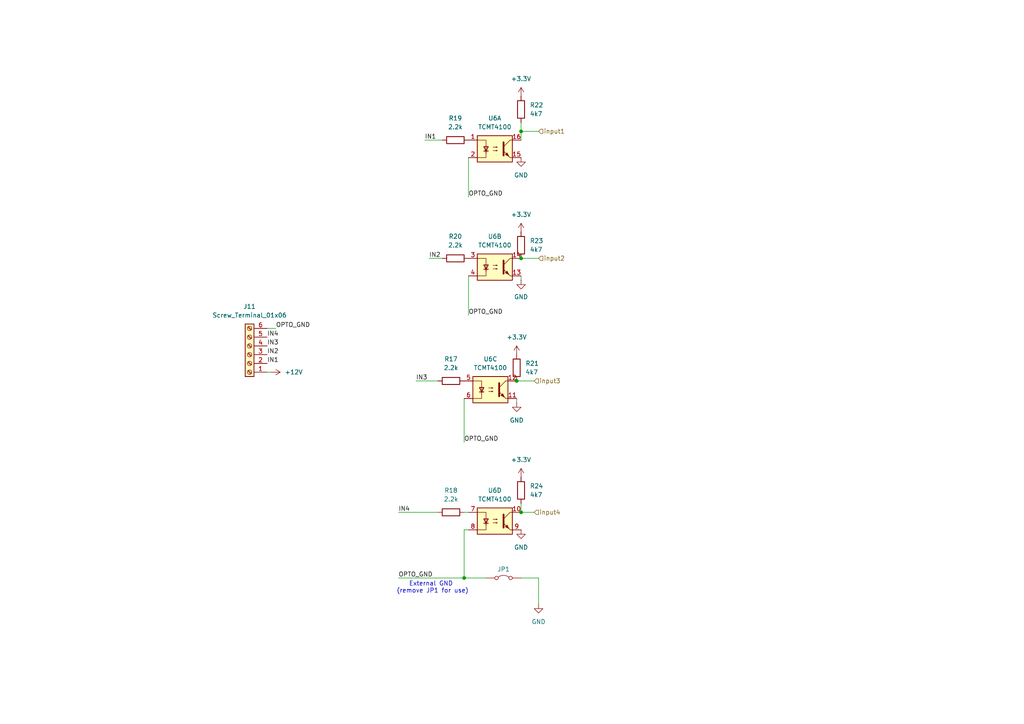
<source format=kicad_sch>
(kicad_sch (version 20250114) (generator "eeschema") (generator_version "9.0")
  (paper "A4")
  (lib_symbols
    (symbol "Connector:Screw_Terminal_01x06" (pin_names (offset 1.016) (hide yes))
      (property "Reference" "J" (at 0 7.62 0))
      (property "Value" "Screw_Terminal_01x06" (at 0 -10.16 0))
      (symbol "Screw_Terminal_01x06_1_1"
        (rectangle (start -1.27 6.35) (end 1.27 -8.89) (stroke (width 0.254)) (fill (type background)))
        (polyline (pts (xy -0.5334 5.4102) (xy 0.3302 4.572)) (stroke (width 0.1524)))
        (polyline (pts (xy -0.5334 2.8702) (xy 0.3302 2.032)) (stroke (width 0.1524)))
        (polyline (pts (xy -0.5334 0.3302) (xy 0.3302 -0.508)) (stroke (width 0.1524)))
        (polyline (pts (xy -0.5334 -2.2098) (xy 0.3302 -3.048)) (stroke (width 0.1524)))
        (polyline (pts (xy -0.5334 -4.7498) (xy 0.3302 -5.588)) (stroke (width 0.1524)))
        (polyline (pts (xy -0.5334 -7.2898) (xy 0.3302 -8.128)) (stroke (width 0.1524)))
        (polyline (pts (xy -0.3556 5.588) (xy 0.508 4.7498)) (stroke (width 0.1524)))
        (polyline (pts (xy -0.3556 3.048) (xy 0.508 2.2098)) (stroke (width 0.1524)))
        (polyline (pts (xy -0.3556 0.508) (xy 0.508 -0.3302)) (stroke (width 0.1524)))
        (polyline (pts (xy -0.3556 -2.032) (xy 0.508 -2.8702)) (stroke (width 0.1524)))
        (polyline (pts (xy -0.3556 -4.572) (xy 0.508 -5.4102)) (stroke (width 0.1524)))
        (polyline (pts (xy -0.3556 -7.112) (xy 0.508 -7.9502)) (stroke (width 0.1524)))
        (circle (center 0 5.08) (radius 0.635) (stroke (width 0.1524)))
        (circle (center 0 2.54) (radius 0.635) (stroke (width 0.1524)))
        (circle (center 0 0) (radius 0.635) (stroke (width 0.1524)))
        (circle (center 0 -2.54) (radius 0.635) (stroke (width 0.1524)))
        (circle (center 0 -5.08) (radius 0.635) (stroke (width 0.1524)))
        (circle (center 0 -7.62) (radius 0.635) (stroke (width 0.1524)))
        (pin passive line (at -5.08 5.08 0) (length 3.81) (name "Pin_1") (number "1"))
        (pin passive line (at -5.08 2.54 0) (length 3.81) (name "Pin_2") (number "2"))
        (pin passive line (at -5.08 0 0) (length 3.81) (name "Pin_3") (number "3"))
        (pin passive line (at -5.08 -2.54 0) (length 3.81) (name "Pin_4") (number "4"))
        (pin passive line (at -5.08 -5.08 0) (length 3.81) (name "Pin_5") (number "5"))
        (pin passive line (at -5.08 -7.62 0) (length 3.81) (name "Pin_6") (number "6"))
      )
    )
    (symbol "Device:R" (pin_numbers (hide yes)) (pin_names (offset 0))
      (property "Reference" "R" (at 2.032 0 90))
      (property "Value" "R" (at 0 0 90))
      (symbol "R_0_1"
        (rectangle (start -1.016 -2.54) (end 1.016 2.54) (stroke (width 0.254)))
      )
      (symbol "R_1_1"
        (pin passive line (at 0 3.81 270) (length 1.27) (name "~") (number "1"))
        (pin passive line (at 0 -3.81 90) (length 1.27) (name "~") (number "2"))
      )
    )
    (symbol "Isolator:TCMT4100" (pin_names (offset 1.016))
      (property "Reference" "U" (at 0 5.08 0))
      (property "Value" "TCMT4100" (at 0 -5.08 0))
      (symbol "TCMT4100_1_1"
        (rectangle (start -5.08 3.81) (end 5.08 -3.81) (stroke (width 0.254)) (fill (type background)))
        (polyline (pts (xy -5.08 2.54) (xy -2.54 2.54) (xy -2.54 -1.27)))
        (polyline (pts (xy -3.175 -0.635) (xy -1.905 -0.635)) (stroke (width 0.254)))
        (polyline (pts (xy -2.54 -0.635) (xy -2.54 -2.54) (xy -5.08 -2.54)))
        (polyline (pts (xy -2.54 -0.635) (xy -3.175 0.635) (xy -1.905 0.635) (xy -2.54 -0.635)) (stroke (width 0.254)))
        (polyline (pts (xy -0.508 0.508) (xy 0.762 0.508) (xy 0.381 0.381) (xy 0.381 0.635) (xy 0.762 0.508)))
        (polyline (pts (xy -0.508 -0.508) (xy 0.762 -0.508) (xy 0.381 -0.635) (xy 0.381 -0.381) (xy 0.762 -0.508)))
        (polyline (pts (xy 2.54 1.905) (xy 2.54 -1.905)) (stroke (width 0.508)))
        (polyline (pts (xy 2.54 0.635) (xy 4.445 2.54)))
        (polyline (pts (xy 3.048 -1.651) (xy 3.556 -1.143) (xy 4.064 -2.159) (xy 3.048 -1.651)) (fill (type outline)))
        (polyline (pts (xy 4.445 2.54) (xy 5.08 2.54)))
        (polyline (pts (xy 4.445 -2.54) (xy 2.54 -0.635)) (fill (type outline)))
        (polyline (pts (xy 4.445 -2.54) (xy 5.08 -2.54)))
        (pin passive line (at -7.62 2.54 0) (length 2.54) (name "~") (number "1"))
        (pin passive line (at -7.62 -2.54 0) (length 2.54) (name "~") (number "2"))
        (pin passive line (at 7.62 2.54 180) (length 2.54) (name "~") (number "16"))
        (pin passive line (at 7.62 -2.54 180) (length 2.54) (name "~") (number "15"))
      )
      (symbol "TCMT4100_2_1"
        (rectangle (start -5.08 3.81) (end 5.08 -3.81) (stroke (width 0.254)) (fill (type background)))
        (polyline (pts (xy -5.08 2.54) (xy -2.54 2.54) (xy -2.54 -1.27) (xy -2.54 0.635)))
        (polyline (pts (xy -3.175 -0.635) (xy -1.905 -0.635)) (stroke (width 0.254)))
        (polyline (pts (xy -2.54 -0.635) (xy -2.54 -2.54) (xy -5.08 -2.54)))
        (polyline (pts (xy -2.54 -0.635) (xy -3.175 0.635) (xy -1.905 0.635) (xy -2.54 -0.635)) (stroke (width 0.254)))
        (polyline (pts (xy -0.508 0.508) (xy 0.762 0.508) (xy 0.381 0.381) (xy 0.381 0.635) (xy 0.762 0.508)))
        (polyline (pts (xy -0.508 -0.508) (xy 0.762 -0.508) (xy 0.381 -0.635) (xy 0.381 -0.381) (xy 0.762 -0.508)))
        (polyline (pts (xy 2.54 1.905) (xy 2.54 -1.905)) (stroke (width 0.508)))
        (polyline (pts (xy 2.54 0.635) (xy 4.445 2.54)))
        (polyline (pts (xy 3.048 -1.651) (xy 3.556 -1.143) (xy 4.064 -2.159) (xy 3.048 -1.651)) (fill (type outline)))
        (polyline (pts (xy 4.445 2.54) (xy 5.08 2.54)))
        (polyline (pts (xy 4.445 -2.54) (xy 2.54 -0.635)) (fill (type outline)))
        (polyline (pts (xy 4.445 -2.54) (xy 5.08 -2.54)))
        (pin passive line (at -7.62 2.54 0) (length 2.54) (name "~") (number "3"))
        (pin passive line (at -7.62 -2.54 0) (length 2.54) (name "~") (number "4"))
        (pin passive line (at 7.62 2.54 180) (length 2.54) (name "~") (number "14"))
        (pin passive line (at 7.62 -2.54 180) (length 2.54) (name "~") (number "13"))
      )
      (symbol "TCMT4100_3_1"
        (rectangle (start -5.08 3.81) (end 5.08 -3.81) (stroke (width 0.254)) (fill (type background)))
        (polyline (pts (xy -5.08 2.54) (xy -2.54 2.54) (xy -2.54 -1.27) (xy -2.54 0.635)))
        (polyline (pts (xy -3.175 -0.635) (xy -1.905 -0.635)) (stroke (width 0.254)))
        (polyline (pts (xy -2.54 -0.635) (xy -2.54 -2.54) (xy -5.08 -2.54)))
        (polyline (pts (xy -2.54 -0.635) (xy -3.175 0.635) (xy -1.905 0.635) (xy -2.54 -0.635)) (stroke (width 0.254)))
        (polyline (pts (xy -0.508 0.508) (xy 0.762 0.508) (xy 0.381 0.381) (xy 0.381 0.635) (xy 0.762 0.508)))
        (polyline (pts (xy -0.508 -0.508) (xy 0.762 -0.508) (xy 0.381 -0.635) (xy 0.381 -0.381) (xy 0.762 -0.508)))
        (polyline (pts (xy 2.54 1.905) (xy 2.54 -1.905)) (stroke (width 0.508)))
        (polyline (pts (xy 2.54 0.635) (xy 4.445 2.54)))
        (polyline (pts (xy 3.048 -1.651) (xy 3.556 -1.143) (xy 4.064 -2.159) (xy 3.048 -1.651)) (fill (type outline)))
        (polyline (pts (xy 4.445 2.54) (xy 5.08 2.54)))
        (polyline (pts (xy 4.445 -2.54) (xy 2.54 -0.635)) (fill (type outline)))
        (polyline (pts (xy 4.445 -2.54) (xy 5.08 -2.54)))
        (pin passive line (at -7.62 2.54 0) (length 2.54) (name "~") (number "5"))
        (pin passive line (at -7.62 -2.54 0) (length 2.54) (name "~") (number "6"))
        (pin passive line (at 7.62 2.54 180) (length 2.54) (name "~") (number "12"))
        (pin passive line (at 7.62 -2.54 180) (length 2.54) (name "~") (number "11"))
      )
      (symbol "TCMT4100_4_1"
        (rectangle (start -5.08 3.81) (end 5.08 -3.81) (stroke (width 0.254)) (fill (type background)))
        (polyline (pts (xy -5.08 2.54) (xy -2.54 2.54) (xy -2.54 -1.27) (xy -2.54 0.635)))
        (polyline (pts (xy -3.175 -0.635) (xy -1.905 -0.635)) (stroke (width 0.254)))
        (polyline (pts (xy -2.54 -0.635) (xy -2.54 -2.54) (xy -5.08 -2.54)))
        (polyline (pts (xy -2.54 -0.635) (xy -3.175 0.635) (xy -1.905 0.635) (xy -2.54 -0.635)) (stroke (width 0.254)))
        (polyline (pts (xy -0.508 0.508) (xy 0.762 0.508) (xy 0.381 0.381) (xy 0.381 0.635) (xy 0.762 0.508)))
        (polyline (pts (xy -0.508 -0.508) (xy 0.762 -0.508) (xy 0.381 -0.635) (xy 0.381 -0.381) (xy 0.762 -0.508)))
        (polyline (pts (xy 2.54 1.905) (xy 2.54 -1.905)) (stroke (width 0.508)))
        (polyline (pts (xy 2.54 0.635) (xy 4.445 2.54)))
        (polyline (pts (xy 3.048 -1.651) (xy 3.556 -1.143) (xy 4.064 -2.159) (xy 3.048 -1.651)) (fill (type outline)))
        (polyline (pts (xy 4.445 2.54) (xy 5.08 2.54)))
        (polyline (pts (xy 4.445 -2.54) (xy 2.54 -0.635)) (fill (type outline)))
        (polyline (pts (xy 4.445 -2.54) (xy 5.08 -2.54)))
        (pin passive line (at -7.62 2.54 0) (length 2.54) (name "~") (number "7"))
        (pin passive line (at -7.62 -2.54 0) (length 2.54) (name "~") (number "8"))
        (pin passive line (at 7.62 2.54 180) (length 2.54) (name "~") (number "10"))
        (pin passive line (at 7.62 -2.54 180) (length 2.54) (name "~") (number "9"))
      )
    )
    (symbol "Jumper:Jumper_2_Bridged" (pin_numbers (hide yes)) (pin_names (offset 0) (hide yes))
      (property "Reference" "JP" (at 0 1.905 0))
      (property "Value" "Jumper_2_Bridged" (at 0 -2.54 0))
      (symbol "Jumper_2_Bridged_0_0"
        (circle (center -2.032 0) (radius 0.508))
        (circle (center 2.032 0) (radius 0.508))
      )
      (symbol "Jumper_2_Bridged_0_1"
        (arc (start -1.524 0.254) (mid 0 0.762) (end 1.524 0.254))
      )
      (symbol "Jumper_2_Bridged_1_1"
        (pin passive line (at -5.08 0 0) (length 2.54) (name "A") (number "1"))
        (pin passive line (at 5.08 0 180) (length 2.54) (name "B") (number "2"))
      )
    )
    (symbol "power:+12V" (power) (pin_numbers (hide yes)) (pin_names (offset 0) (hide yes))
      (property "Value" "+12V" (at 0 3.556 0))
      (symbol "+12V_0_1"
        (polyline (pts (xy -0.762 1.27) (xy 0 2.54)))
        (polyline (pts (xy 0 2.54) (xy 0.762 1.27)))
        (polyline (pts (xy 0 0) (xy 0 2.54)))
      )
      (symbol "+12V_1_1"
        (pin power_in line (at 0 0 90) (length 0) (name "~") (number "1"))
      )
    )
    (symbol "power:+3.3V" (power) (pin_numbers (hide yes)) (pin_names (offset 0) (hide yes))
      (property "Value" "+3.3V" (at 0 3.556 0))
      (symbol "+3.3V_0_1"
        (polyline (pts (xy -0.762 1.27) (xy 0 2.54)))
        (polyline (pts (xy 0 2.54) (xy 0.762 1.27)))
        (polyline (pts (xy 0 0) (xy 0 2.54)))
      )
      (symbol "+3.3V_1_1"
        (pin power_in line (at 0 0 90) (length 0) (name "~") (number "1"))
      )
    )
    (symbol "power:GND" (power) (pin_numbers (hide yes)) (pin_names (offset 0) (hide yes))
      (property "Value" "GND" (at 0 -3.81 0))
      (symbol "GND_0_1"
        (polyline (pts (xy 0 0) (xy 0 -1.27) (xy 1.27 -1.27) (xy 0 -2.54) (xy -1.27 -1.27) (xy 0 -1.27)))
      )
      (symbol "GND_1_1"
        (pin power_in line (at 0 0 270) (length 0) (name "~") (number "1"))
      )
    )
  )
  (text "External GND \n(remove JP1 for use)" (at 125.476 170.434 0) (effects (font (size 1.27 1.27))))
  (junction (at 134.62 167.64))
  (junction (at 149.86 110.49))
  (junction (at 151.13 38.1))
  (junction (at 151.13 74.93))
  (junction (at 151.13 148.59))
  (wire (pts (xy 78.74 107.95) (xy 77.47 107.95)))
  (wire (pts (xy 156.21 38.1) (xy 151.13 38.1)))
  (wire (pts (xy 115.57 167.64) (xy 134.62 167.64)))
  (wire (pts (xy 124.46 74.93) (xy 128.27 74.93)))
  (wire (pts (xy 135.89 80.01) (xy 135.89 91.44)))
  (wire (pts (xy 151.13 148.59) (xy 154.94 148.59)))
  (wire (pts (xy 156.21 74.93) (xy 151.13 74.93)))
  (wire (pts (xy 149.86 116.84) (xy 149.86 115.57)))
  (wire (pts (xy 154.94 110.49) (xy 149.86 110.49)))
  (wire (pts (xy 134.62 153.67) (xy 134.62 167.64)))
  (wire (pts (xy 156.21 175.26) (xy 156.21 167.64)))
  (wire (pts (xy 156.21 167.64) (xy 151.13 167.64)))
  (wire (pts (xy 151.13 146.05) (xy 151.13 148.59)))
  (wire (pts (xy 134.62 115.57) (xy 134.62 128.27)))
  (wire (pts (xy 151.13 81.28) (xy 151.13 80.01)))
  (wire (pts (xy 151.13 38.1) (xy 151.13 40.64)))
  (wire (pts (xy 123.19 40.64) (xy 128.27 40.64)))
  (wire (pts (xy 115.57 148.59) (xy 127 148.59)))
  (wire (pts (xy 120.65 110.49) (xy 127 110.49)))
  (wire (pts (xy 80.01 95.25) (xy 77.47 95.25)))
  (wire (pts (xy 134.62 148.59) (xy 135.89 148.59)))
  (wire (pts (xy 135.89 45.72) (xy 135.89 57.15)))
  (wire (pts (xy 151.13 35.56) (xy 151.13 38.1)))
  (wire (pts (xy 134.62 153.67) (xy 135.89 153.67)))
  (wire (pts (xy 140.97 167.64) (xy 134.62 167.64)))
  (label "IN4" (at 77.47 97.79 0))
  (label "IN1" (at 77.47 105.41 0))
  (label "IN1" (at 123.19 40.64 0))
  (label "OPTO_GND" (at 135.89 91.44 0))
  (label "IN3" (at 120.65 110.49 0))
  (label "OPTO_GND" (at 135.89 57.15 0))
  (label "OPTO_GND" (at 80.01 95.25 0))
  (label "IN4" (at 115.57 148.59 0))
  (label "IN3" (at 77.47 100.33 0))
  (label "OPTO_GND" (at 115.57 167.64 0))
  (label "OPTO_GND" (at 134.62 128.27 0))
  (label "IN2" (at 77.47 102.87 0))
  (label "IN2" (at 124.46 74.93 0))
  (hierarchical_label "input1" (shape input) (at 156.21 38.1 0))
  (hierarchical_label "input2" (shape input) (at 156.21 74.93 0))
  (hierarchical_label "input4" (shape input) (at 154.94 148.59 0))
  (hierarchical_label "input3" (shape input) (at 154.94 110.49 0))
  (symbol (lib_id "Isolator:TCMT4100") (at 143.51 77.47 0) (unit 2)
    (property "Reference" "U6" (at 143.51 68.58 0))
    (property "Value" "TCMT4100" (at 143.51 71.12 0))
    (property "Footprint" "Package_SO:SOP-16_4.4x10.4mm_P1.27mm" (effects (hide yes)))
    (property "Datasheet" "https://www.vishay.com/docs/84181/tcmt4100.pdf" (effects (hide yes)))
    (property "Description" "Quad Optocoupler, Vce 70V, CTR 50-600%, Viso 3750V (RMS), SOP-16" (effects (hide yes)))
  )
  (symbol (lib_id "power:GND") (at 149.86 116.84 0) (unit 1)
    (property "Reference" "#PWR054" (effects (hide yes)))
    (property "Value" "GND" (at 149.86 121.92 0))
    (property "Description" "Power symbol creates a global label with name \"GND\" , ground" (effects (hide yes)))
  )
  (symbol (lib_id "power:GND") (at 151.13 153.67 0) (unit 1)
    (property "Reference" "#PWR060" (effects (hide yes)))
    (property "Value" "GND" (at 151.13 158.75 0))
    (property "Description" "Power symbol creates a global label with name \"GND\" , ground" (effects (hide yes)))
  )
  (symbol (lib_id "Device:R") (at 132.08 40.64 90) (unit 1)
    (property "Reference" "R19" (at 132.08 34.29 90))
    (property "Value" "2.2k" (at 132.08 36.83 90))
    (property "Footprint" "Resistor_SMD:R_0805_2012Metric" (effects (hide yes)))
    (property "Description" "Resistor" (effects (hide yes)))
  )
  (symbol (lib_id "Device:R") (at 130.81 148.59 90) (unit 1)
    (property "Reference" "R18" (at 130.81 142.24 90))
    (property "Value" "2.2k" (at 130.81 144.78 90))
    (property "Footprint" "Resistor_SMD:R_0805_2012Metric" (effects (hide yes)))
    (property "Description" "Resistor" (effects (hide yes)))
  )
  (symbol (lib_id "power:+12V") (at 78.74 107.95 270) (unit 1)
    (property "Reference" "#PWR052" (effects (hide yes)))
    (property "Value" "+12V" (at 82.55 107.9499 90) (effects (justify left)))
    (property "Description" "Power symbol creates a global label with name \"+12V\"" (effects (hide yes)))
  )
  (symbol (lib_id "Device:R") (at 151.13 71.12 0) (unit 1)
    (property "Reference" "R23" (at 153.67 69.8499 0) (effects (justify left)))
    (property "Value" "4k7" (at 153.67 72.3899 0) (effects (justify left)))
    (property "Footprint" "Resistor_SMD:R_0402_1005Metric" (effects (hide yes)))
    (property "Description" "Resistor" (effects (hide yes)))
  )
  (symbol (lib_id "Isolator:TCMT4100") (at 142.24 113.03 0) (unit 3)
    (property "Reference" "U6" (at 142.24 104.14 0))
    (property "Value" "TCMT4100" (at 142.24 106.68 0))
    (property "Footprint" "Package_SO:SOP-16_4.4x10.4mm_P1.27mm" (effects (hide yes)))
    (property "Datasheet" "https://www.vishay.com/docs/84181/tcmt4100.pdf" (effects (hide yes)))
    (property "Description" "Quad Optocoupler, Vce 70V, CTR 50-600%, Viso 3750V (RMS), SOP-16" (effects (hide yes)))
  )
  (symbol (lib_id "power:+3.3V") (at 151.13 27.94 0) (unit 1)
    (property "Reference" "#PWR055" (effects (hide yes)))
    (property "Value" "+3.3V" (at 151.13 22.86 0))
    (property "Description" "Power symbol creates a global label with name \"+3.3V\"" (effects (hide yes)))
  )
  (symbol (lib_id "Device:R") (at 130.81 110.49 90) (unit 1)
    (property "Reference" "R17" (at 130.81 104.14 90))
    (property "Value" "2.2k" (at 130.81 106.68 90))
    (property "Footprint" "Resistor_SMD:R_0805_2012Metric" (effects (hide yes)))
    (property "Description" "Resistor" (effects (hide yes)))
  )
  (symbol (lib_id "Device:R") (at 149.86 106.68 0) (unit 1)
    (property "Reference" "R21" (at 152.4 105.4099 0) (effects (justify left)))
    (property "Value" "4k7" (at 152.4 107.9499 0) (effects (justify left)))
    (property "Footprint" "Resistor_SMD:R_0402_1005Metric" (effects (hide yes)))
    (property "Description" "Resistor" (effects (hide yes)))
  )
  (symbol (lib_id "power:+3.3V") (at 151.13 67.31 0) (unit 1)
    (property "Reference" "#PWR057" (effects (hide yes)))
    (property "Value" "+3.3V" (at 151.13 62.23 0))
    (property "Description" "Power symbol creates a global label with name \"+3.3V\"" (effects (hide yes)))
  )
  (symbol (lib_id "Jumper:Jumper_2_Bridged") (at 146.05 167.64 0) (unit 1)
    (property "Reference" "JP1" (at 146.05 165.1 0))
    (property "Value" "Jumper_2_Bridged" (effects (hide yes)))
    (property "Footprint" "Connector_PinHeader_2.54mm:PinHeader_1x02_P2.54mm_Vertical" (effects (hide yes)))
    (property "Description" "Jumper, 2-pole, closed/bridged" (effects (hide yes)))
  )
  (symbol (lib_id "power:GND") (at 151.13 45.72 0) (unit 1)
    (property "Reference" "#PWR056" (effects (hide yes)))
    (property "Value" "GND" (at 151.13 50.8 0))
    (property "Description" "Power symbol creates a global label with name \"GND\" , ground" (effects (hide yes)))
  )
  (symbol (lib_id "power:+3.3V") (at 149.86 102.87 0) (unit 1)
    (property "Reference" "#PWR053" (effects (hide yes)))
    (property "Value" "+3.3V" (at 149.86 97.79 0))
    (property "Description" "Power symbol creates a global label with name \"+3.3V\"" (effects (hide yes)))
  )
  (symbol (lib_id "power:GND") (at 156.21 175.26 0) (unit 1)
    (property "Reference" "#PWR061" (effects (hide yes)))
    (property "Value" "GND" (at 156.21 180.34 0))
    (property "Description" "Power symbol creates a global label with name \"GND\" , ground" (effects (hide yes)))
  )
  (symbol (lib_id "Isolator:TCMT4100") (at 143.51 43.18 0) (unit 1)
    (property "Reference" "U6" (at 143.51 34.29 0))
    (property "Value" "TCMT4100" (at 143.51 36.83 0))
    (property "Footprint" "Package_SO:SOP-16_4.4x10.4mm_P1.27mm" (effects (hide yes)))
    (property "Datasheet" "https://www.vishay.com/docs/84181/tcmt4100.pdf" (effects (hide yes)))
    (property "Description" "Quad Optocoupler, Vce 70V, CTR 50-600%, Viso 3750V (RMS), SOP-16" (effects (hide yes)))
  )
  (symbol (lib_id "Isolator:TCMT4100") (at 143.51 151.13 0) (unit 4)
    (property "Reference" "U6" (at 143.51 142.24 0))
    (property "Value" "TCMT4100" (at 143.51 144.78 0))
    (property "Footprint" "Package_SO:SOP-16_4.4x10.4mm_P1.27mm" (effects (hide yes)))
    (property "Datasheet" "https://www.vishay.com/docs/84181/tcmt4100.pdf" (effects (hide yes)))
    (property "Description" "Quad Optocoupler, Vce 70V, CTR 50-600%, Viso 3750V (RMS), SOP-16" (effects (hide yes)))
  )
  (symbol (lib_id "Device:R") (at 151.13 142.24 0) (unit 1)
    (property "Reference" "R24" (at 153.67 140.9699 0) (effects (justify left)))
    (property "Value" "4k7" (at 153.67 143.5099 0) (effects (justify left)))
    (property "Footprint" "Resistor_SMD:R_0402_1005Metric" (effects (hide yes)))
    (property "Description" "Resistor" (effects (hide yes)))
  )
  (symbol (lib_id "power:+3.3V") (at 151.13 138.43 0) (unit 1)
    (property "Reference" "#PWR059" (effects (hide yes)))
    (property "Value" "+3.3V" (at 151.13 133.35 0))
    (property "Description" "Power symbol creates a global label with name \"+3.3V\"" (effects (hide yes)))
  )
  (symbol (lib_id "Device:R") (at 132.08 74.93 90) (unit 1)
    (property "Reference" "R20" (at 132.08 68.58 90))
    (property "Value" "2.2k" (at 132.08 71.12 90))
    (property "Footprint" "Resistor_SMD:R_0805_2012Metric" (effects (hide yes)))
    (property "Description" "Resistor" (effects (hide yes)))
  )
  (symbol (lib_id "power:GND") (at 151.13 81.28 0) (unit 1)
    (property "Reference" "#PWR058" (effects (hide yes)))
    (property "Value" "GND" (at 151.13 86.106 0))
    (property "Description" "Power symbol creates a global label with name \"GND\" , ground" (effects (hide yes)))
  )
  (symbol (lib_id "Connector:Screw_Terminal_01x06") (at 72.39 102.87 180) (unit 1)
    (property "Reference" "J11" (at 72.39 88.9 0))
    (property "Value" "Screw_Terminal_01x06" (at 72.39 91.44 0))
    (property "Footprint" "Connector_Phoenix_MC:PhoenixContact_MCV_1,5_6-G-3.5_1x06_P3.50mm_Vertical" (effects (hide yes)))
    (property "Description" "Generic screw terminal, single row, 01x06, script generated (kicad-library-utils/schlib/autogen/connector/)" (effects (hide yes)))
  )
  (symbol (lib_id "Device:R") (at 151.13 31.75 0) (unit 1)
    (property "Reference" "R22" (at 153.67 30.4799 0) (effects (justify left)))
    (property "Value" "4k7" (at 153.67 33.0199 0) (effects (justify left)))
    (property "Footprint" "Resistor_SMD:R_0402_1005Metric" (effects (hide yes)))
    (property "Description" "Resistor" (effects (hide yes)))
  )
)
</source>
